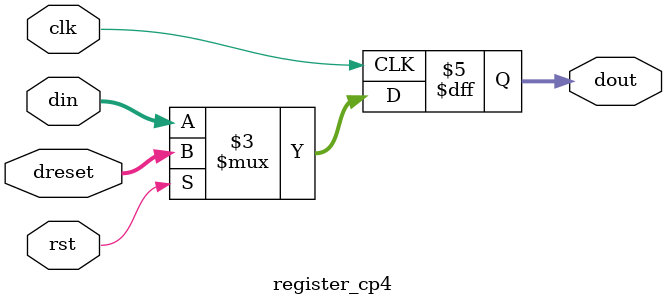
<source format=v>
module register_cp4 (
    input [31:0] din, dreset,
    input clk,
    input rst,
    output reg [31:0] dout
);
    always @(posedge clk) begin
        if (rst) dout <= dreset;
        else dout <= din;
    end
    
endmodule
</source>
